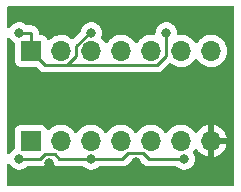
<source format=gbr>
%TF.GenerationSoftware,KiCad,Pcbnew,6.0.11+dfsg-1*%
%TF.CreationDate,2023-08-13T13:31:43-04:00*%
%TF.ProjectId,ButtonDip14,42757474-6f6e-4446-9970-31342e6b6963,rev?*%
%TF.SameCoordinates,Original*%
%TF.FileFunction,Copper,L2,Bot*%
%TF.FilePolarity,Positive*%
%FSLAX46Y46*%
G04 Gerber Fmt 4.6, Leading zero omitted, Abs format (unit mm)*
G04 Created by KiCad (PCBNEW 6.0.11+dfsg-1) date 2023-08-13 13:31:43*
%MOMM*%
%LPD*%
G01*
G04 APERTURE LIST*
%TA.AperFunction,ComponentPad*%
%ADD10R,1.700000X1.700000*%
%TD*%
%TA.AperFunction,ComponentPad*%
%ADD11O,1.700000X1.700000*%
%TD*%
%TA.AperFunction,ViaPad*%
%ADD12C,0.800000*%
%TD*%
%TA.AperFunction,Conductor*%
%ADD13C,0.250000*%
%TD*%
G04 APERTURE END LIST*
D10*
%TO.P,J2,1,Pin_1*%
%TO.N,/I1*%
X119340000Y-111760000D03*
D11*
%TO.P,J2,2,Pin_2*%
%TO.N,/Q1*%
X121880000Y-111760000D03*
%TO.P,J2,3,Pin_3*%
%TO.N,/I2*%
X124420000Y-111760000D03*
%TO.P,J2,4,Pin_4*%
%TO.N,/Q2*%
X126960000Y-111760000D03*
%TO.P,J2,5,Pin_5*%
%TO.N,/I3*%
X129500000Y-111760000D03*
%TO.P,J2,6,Pin_6*%
%TO.N,/Q3*%
X132040000Y-111760000D03*
%TO.P,J2,7,Pin_7*%
%TO.N,GND*%
X134580000Y-111760000D03*
%TD*%
D10*
%TO.P,J1,1,Pin_1*%
%TO.N,VCC*%
X119375000Y-104140000D03*
D11*
%TO.P,J1,2,Pin_2*%
%TO.N,/I4*%
X121915000Y-104140000D03*
%TO.P,J1,3,Pin_3*%
%TO.N,/Q4*%
X124455000Y-104140000D03*
%TO.P,J1,4,Pin_4*%
%TO.N,/I5*%
X126995000Y-104140000D03*
%TO.P,J1,5,Pin_5*%
%TO.N,/Q5*%
X129535000Y-104140000D03*
%TO.P,J1,6,Pin_6*%
%TO.N,/I6*%
X132075000Y-104140000D03*
%TO.P,J1,7,Pin_7*%
%TO.N,/Q6*%
X134615000Y-104140000D03*
%TD*%
D12*
%TO.N,GND*%
X133477000Y-102616000D03*
X128270000Y-102489000D03*
X121539000Y-102489000D03*
X120904000Y-113627500D03*
X128270000Y-113500500D03*
%TO.N,VCC*%
X132334000Y-113284000D03*
X118364000Y-113284000D03*
X124465000Y-113281500D03*
X130810000Y-102616000D03*
X124460000Y-102616000D03*
X118364000Y-102616000D03*
%TD*%
D13*
%TO.N,VCC*%
X130810000Y-102616000D02*
X130810000Y-104526701D01*
X130810000Y-104526701D02*
X130021701Y-105315000D01*
X130021701Y-105315000D02*
X122401701Y-105315000D01*
X124460000Y-102616000D02*
X124317299Y-102616000D01*
X124317299Y-102616000D02*
X123190000Y-103743299D01*
X123190000Y-103743299D02*
X123190000Y-104526701D01*
X123190000Y-104526701D02*
X122401701Y-105315000D01*
X122401701Y-105315000D02*
X120550000Y-105315000D01*
X120550000Y-105315000D02*
X119375000Y-104140000D01*
X124465000Y-113281500D02*
X121739799Y-113281500D01*
X121739799Y-113281500D02*
X121361299Y-112903000D01*
X120515000Y-112903000D02*
X120134000Y-113284000D01*
X121361299Y-112903000D02*
X120515000Y-112903000D01*
X120134000Y-113284000D02*
X118364000Y-113284000D01*
X132334000Y-113284000D02*
X129362299Y-113284000D01*
X129362299Y-113284000D02*
X128854299Y-112776000D01*
X128854299Y-112776000D02*
X127605701Y-112776000D01*
X127605701Y-112776000D02*
X127100201Y-113281500D01*
X127100201Y-113281500D02*
X124465000Y-113281500D01*
X118364000Y-102616000D02*
X119380000Y-102616000D01*
X119375000Y-104140000D02*
X119375000Y-102621000D01*
X119375000Y-102621000D02*
X119380000Y-102616000D01*
%TD*%
%TA.AperFunction,Conductor*%
%TO.N,GND*%
G36*
X136523621Y-100370502D02*
G01*
X136570114Y-100424158D01*
X136581500Y-100476500D01*
X136581500Y-115443500D01*
X136561498Y-115511621D01*
X136507842Y-115558114D01*
X136455500Y-115569500D01*
X117474500Y-115569500D01*
X117406379Y-115549498D01*
X117359886Y-115495842D01*
X117348500Y-115443500D01*
X117348500Y-113812339D01*
X117368502Y-113744218D01*
X117422158Y-113697725D01*
X117492432Y-113687621D01*
X117557012Y-113717115D01*
X117583618Y-113749338D01*
X117624960Y-113820944D01*
X117629378Y-113825851D01*
X117629379Y-113825852D01*
X117715905Y-113921949D01*
X117752747Y-113962866D01*
X117907248Y-114075118D01*
X117913276Y-114077802D01*
X117913278Y-114077803D01*
X118070066Y-114147609D01*
X118081712Y-114152794D01*
X118175112Y-114172647D01*
X118262056Y-114191128D01*
X118262061Y-114191128D01*
X118268513Y-114192500D01*
X118459487Y-114192500D01*
X118465939Y-114191128D01*
X118465944Y-114191128D01*
X118552888Y-114172647D01*
X118646288Y-114152794D01*
X118657934Y-114147609D01*
X118814722Y-114077803D01*
X118814724Y-114077802D01*
X118820752Y-114075118D01*
X118975253Y-113962866D01*
X118979668Y-113957963D01*
X118984580Y-113953540D01*
X118985705Y-113954789D01*
X119039014Y-113921949D01*
X119072200Y-113917500D01*
X120055233Y-113917500D01*
X120066416Y-113918027D01*
X120073909Y-113919702D01*
X120081835Y-113919453D01*
X120081836Y-113919453D01*
X120141986Y-113917562D01*
X120145945Y-113917500D01*
X120173856Y-113917500D01*
X120177791Y-113917003D01*
X120177856Y-113916995D01*
X120189693Y-113916062D01*
X120223488Y-113915000D01*
X120225970Y-113914922D01*
X120233889Y-113914673D01*
X120253343Y-113909021D01*
X120272700Y-113905013D01*
X120284930Y-113903468D01*
X120284931Y-113903468D01*
X120292797Y-113902474D01*
X120300168Y-113899555D01*
X120300170Y-113899555D01*
X120333912Y-113886196D01*
X120345142Y-113882351D01*
X120379983Y-113872229D01*
X120379984Y-113872229D01*
X120387593Y-113870018D01*
X120394412Y-113865985D01*
X120394417Y-113865983D01*
X120405028Y-113859707D01*
X120422776Y-113851012D01*
X120441617Y-113843552D01*
X120461987Y-113828753D01*
X120477387Y-113817564D01*
X120487307Y-113811048D01*
X120518535Y-113792580D01*
X120518538Y-113792578D01*
X120525362Y-113788542D01*
X120539683Y-113774221D01*
X120554717Y-113761380D01*
X120558158Y-113758880D01*
X120571107Y-113749472D01*
X120599298Y-113715395D01*
X120607288Y-113706616D01*
X120740499Y-113573405D01*
X120802811Y-113539379D01*
X120829594Y-113536500D01*
X121046704Y-113536500D01*
X121114825Y-113556502D01*
X121135799Y-113573405D01*
X121236147Y-113673753D01*
X121243687Y-113682039D01*
X121247799Y-113688518D01*
X121253576Y-113693943D01*
X121297451Y-113735144D01*
X121300293Y-113737899D01*
X121320029Y-113757635D01*
X121323226Y-113760115D01*
X121332246Y-113767818D01*
X121364478Y-113798086D01*
X121371424Y-113801905D01*
X121371427Y-113801907D01*
X121382233Y-113807848D01*
X121398752Y-113818699D01*
X121414758Y-113831114D01*
X121422027Y-113834259D01*
X121422031Y-113834262D01*
X121455336Y-113848674D01*
X121465986Y-113853891D01*
X121504739Y-113875195D01*
X121512414Y-113877166D01*
X121512415Y-113877166D01*
X121524361Y-113880233D01*
X121543065Y-113886637D01*
X121548845Y-113889138D01*
X121561654Y-113894681D01*
X121569477Y-113895920D01*
X121569487Y-113895923D01*
X121605323Y-113901599D01*
X121616943Y-113904005D01*
X121652088Y-113913028D01*
X121659769Y-113915000D01*
X121680023Y-113915000D01*
X121699733Y-113916551D01*
X121719742Y-113919720D01*
X121727634Y-113918974D01*
X121746379Y-113917202D01*
X121763761Y-113915559D01*
X121775618Y-113915000D01*
X123756800Y-113915000D01*
X123824921Y-113935002D01*
X123844147Y-113951343D01*
X123844420Y-113951040D01*
X123849332Y-113955463D01*
X123853747Y-113960366D01*
X124008248Y-114072618D01*
X124014276Y-114075302D01*
X124014278Y-114075303D01*
X124176681Y-114147609D01*
X124182712Y-114150294D01*
X124276113Y-114170147D01*
X124363056Y-114188628D01*
X124363061Y-114188628D01*
X124369513Y-114190000D01*
X124560487Y-114190000D01*
X124566939Y-114188628D01*
X124566944Y-114188628D01*
X124653887Y-114170147D01*
X124747288Y-114150294D01*
X124753319Y-114147609D01*
X124915722Y-114075303D01*
X124915724Y-114075302D01*
X124921752Y-114072618D01*
X125076253Y-113960366D01*
X125080668Y-113955463D01*
X125085580Y-113951040D01*
X125086705Y-113952289D01*
X125140014Y-113919449D01*
X125173200Y-113915000D01*
X127021434Y-113915000D01*
X127032617Y-113915527D01*
X127040110Y-113917202D01*
X127048036Y-113916953D01*
X127048037Y-113916953D01*
X127108187Y-113915062D01*
X127112146Y-113915000D01*
X127140057Y-113915000D01*
X127143992Y-113914503D01*
X127144057Y-113914495D01*
X127155894Y-113913562D01*
X127190898Y-113912462D01*
X127192171Y-113912422D01*
X127200090Y-113912173D01*
X127219544Y-113906521D01*
X127238901Y-113902513D01*
X127251131Y-113900968D01*
X127251132Y-113900968D01*
X127258998Y-113899974D01*
X127266369Y-113897055D01*
X127266371Y-113897055D01*
X127300113Y-113883696D01*
X127311343Y-113879851D01*
X127346184Y-113869729D01*
X127346185Y-113869729D01*
X127353794Y-113867518D01*
X127360613Y-113863485D01*
X127360618Y-113863483D01*
X127371229Y-113857207D01*
X127388977Y-113848512D01*
X127407818Y-113841052D01*
X127424747Y-113828753D01*
X127443588Y-113815064D01*
X127453508Y-113808548D01*
X127484736Y-113790080D01*
X127484739Y-113790078D01*
X127491563Y-113786042D01*
X127505884Y-113771721D01*
X127520918Y-113758880D01*
X127527455Y-113754131D01*
X127537308Y-113746972D01*
X127565489Y-113712907D01*
X127573479Y-113704126D01*
X127831202Y-113446404D01*
X127893514Y-113412379D01*
X127920297Y-113409500D01*
X128539705Y-113409500D01*
X128607826Y-113429502D01*
X128628800Y-113446405D01*
X128858642Y-113676247D01*
X128866186Y-113684537D01*
X128870299Y-113691018D01*
X128876076Y-113696443D01*
X128919966Y-113737658D01*
X128922808Y-113740413D01*
X128942529Y-113760134D01*
X128945724Y-113762612D01*
X128954746Y-113770318D01*
X128986978Y-113800586D01*
X128993927Y-113804406D01*
X129004731Y-113810346D01*
X129021255Y-113821199D01*
X129037258Y-113833613D01*
X129077842Y-113851176D01*
X129088472Y-113856383D01*
X129127239Y-113877695D01*
X129134916Y-113879666D01*
X129134921Y-113879668D01*
X129146857Y-113882732D01*
X129165565Y-113889137D01*
X129184154Y-113897181D01*
X129191979Y-113898420D01*
X129191981Y-113898421D01*
X129227818Y-113904097D01*
X129239439Y-113906504D01*
X129272773Y-113915062D01*
X129282269Y-113917500D01*
X129302530Y-113917500D01*
X129322239Y-113919051D01*
X129342242Y-113922219D01*
X129350134Y-113921473D01*
X129355361Y-113920979D01*
X129386253Y-113918059D01*
X129398110Y-113917500D01*
X131625800Y-113917500D01*
X131693921Y-113937502D01*
X131713147Y-113953843D01*
X131713420Y-113953540D01*
X131718332Y-113957963D01*
X131722747Y-113962866D01*
X131877248Y-114075118D01*
X131883276Y-114077802D01*
X131883278Y-114077803D01*
X132040066Y-114147609D01*
X132051712Y-114152794D01*
X132145112Y-114172647D01*
X132232056Y-114191128D01*
X132232061Y-114191128D01*
X132238513Y-114192500D01*
X132429487Y-114192500D01*
X132435939Y-114191128D01*
X132435944Y-114191128D01*
X132522888Y-114172647D01*
X132616288Y-114152794D01*
X132627934Y-114147609D01*
X132784722Y-114077803D01*
X132784724Y-114077802D01*
X132790752Y-114075118D01*
X132945253Y-113962866D01*
X132982095Y-113921949D01*
X133068621Y-113825852D01*
X133068622Y-113825851D01*
X133073040Y-113820944D01*
X133150014Y-113687621D01*
X133165223Y-113661279D01*
X133165224Y-113661278D01*
X133168527Y-113655556D01*
X133227542Y-113473928D01*
X133247504Y-113284000D01*
X133227542Y-113094072D01*
X133168527Y-112912444D01*
X133149121Y-112878831D01*
X133114381Y-112818661D01*
X133082816Y-112763988D01*
X133066078Y-112694994D01*
X133089612Y-112627463D01*
X133208453Y-112462077D01*
X133209640Y-112462930D01*
X133256960Y-112419362D01*
X133326897Y-112407145D01*
X133392338Y-112434678D01*
X133420166Y-112466511D01*
X133477694Y-112560388D01*
X133483777Y-112568699D01*
X133623213Y-112729667D01*
X133630580Y-112736883D01*
X133794434Y-112872916D01*
X133802881Y-112878831D01*
X133986756Y-112986279D01*
X133996042Y-112990729D01*
X134195001Y-113066703D01*
X134204899Y-113069579D01*
X134308250Y-113090606D01*
X134322299Y-113089410D01*
X134326000Y-113079065D01*
X134326000Y-113078517D01*
X134834000Y-113078517D01*
X134838064Y-113092359D01*
X134851478Y-113094393D01*
X134858184Y-113093534D01*
X134868262Y-113091392D01*
X135072255Y-113030191D01*
X135081842Y-113026433D01*
X135273095Y-112932739D01*
X135281945Y-112927464D01*
X135455328Y-112803792D01*
X135463200Y-112797139D01*
X135614052Y-112646812D01*
X135620730Y-112638965D01*
X135745003Y-112466020D01*
X135750313Y-112457183D01*
X135844670Y-112266267D01*
X135848469Y-112256672D01*
X135910377Y-112052910D01*
X135912555Y-112042837D01*
X135913986Y-112031962D01*
X135911775Y-112017778D01*
X135898617Y-112014000D01*
X134852115Y-112014000D01*
X134836876Y-112018475D01*
X134835671Y-112019865D01*
X134834000Y-112027548D01*
X134834000Y-113078517D01*
X134326000Y-113078517D01*
X134326000Y-111487885D01*
X134834000Y-111487885D01*
X134838475Y-111503124D01*
X134839865Y-111504329D01*
X134847548Y-111506000D01*
X135898344Y-111506000D01*
X135911875Y-111502027D01*
X135913180Y-111492947D01*
X135871214Y-111325875D01*
X135867894Y-111316124D01*
X135782972Y-111120814D01*
X135778105Y-111111739D01*
X135662426Y-110932926D01*
X135656136Y-110924757D01*
X135512806Y-110767240D01*
X135505273Y-110760215D01*
X135338139Y-110628222D01*
X135329552Y-110622517D01*
X135143117Y-110519599D01*
X135133705Y-110515369D01*
X134932959Y-110444280D01*
X134922988Y-110441646D01*
X134851837Y-110428972D01*
X134838540Y-110430432D01*
X134834000Y-110444989D01*
X134834000Y-111487885D01*
X134326000Y-111487885D01*
X134326000Y-110443102D01*
X134322082Y-110429758D01*
X134307806Y-110427771D01*
X134269324Y-110433660D01*
X134259288Y-110436051D01*
X134056868Y-110502212D01*
X134047359Y-110506209D01*
X133858463Y-110604542D01*
X133849738Y-110610036D01*
X133679433Y-110737905D01*
X133671726Y-110744748D01*
X133524590Y-110898717D01*
X133518109Y-110906722D01*
X133413498Y-111060074D01*
X133358587Y-111105076D01*
X133288062Y-111113247D01*
X133224315Y-111081993D01*
X133203618Y-111057509D01*
X133122822Y-110932617D01*
X133122820Y-110932614D01*
X133120014Y-110928277D01*
X132969670Y-110763051D01*
X132965619Y-110759852D01*
X132965615Y-110759848D01*
X132798414Y-110627800D01*
X132798410Y-110627798D01*
X132794359Y-110624598D01*
X132758028Y-110604542D01*
X132742136Y-110595769D01*
X132598789Y-110516638D01*
X132593920Y-110514914D01*
X132593916Y-110514912D01*
X132393087Y-110443795D01*
X132393083Y-110443794D01*
X132388212Y-110442069D01*
X132383119Y-110441162D01*
X132383116Y-110441161D01*
X132173373Y-110403800D01*
X132173367Y-110403799D01*
X132168284Y-110402894D01*
X132094452Y-110401992D01*
X131950081Y-110400228D01*
X131950079Y-110400228D01*
X131944911Y-110400165D01*
X131724091Y-110433955D01*
X131511756Y-110503357D01*
X131313607Y-110606507D01*
X131309474Y-110609610D01*
X131309471Y-110609612D01*
X131139100Y-110737530D01*
X131134965Y-110740635D01*
X131131393Y-110744373D01*
X131023729Y-110857037D01*
X130980629Y-110902138D01*
X130873201Y-111059621D01*
X130818293Y-111104621D01*
X130747768Y-111112792D01*
X130684021Y-111081538D01*
X130663324Y-111057054D01*
X130582822Y-110932617D01*
X130582820Y-110932614D01*
X130580014Y-110928277D01*
X130429670Y-110763051D01*
X130425619Y-110759852D01*
X130425615Y-110759848D01*
X130258414Y-110627800D01*
X130258410Y-110627798D01*
X130254359Y-110624598D01*
X130218028Y-110604542D01*
X130202136Y-110595769D01*
X130058789Y-110516638D01*
X130053920Y-110514914D01*
X130053916Y-110514912D01*
X129853087Y-110443795D01*
X129853083Y-110443794D01*
X129848212Y-110442069D01*
X129843119Y-110441162D01*
X129843116Y-110441161D01*
X129633373Y-110403800D01*
X129633367Y-110403799D01*
X129628284Y-110402894D01*
X129554452Y-110401992D01*
X129410081Y-110400228D01*
X129410079Y-110400228D01*
X129404911Y-110400165D01*
X129184091Y-110433955D01*
X128971756Y-110503357D01*
X128773607Y-110606507D01*
X128769474Y-110609610D01*
X128769471Y-110609612D01*
X128599100Y-110737530D01*
X128594965Y-110740635D01*
X128591393Y-110744373D01*
X128483729Y-110857037D01*
X128440629Y-110902138D01*
X128333201Y-111059621D01*
X128278293Y-111104621D01*
X128207768Y-111112792D01*
X128144021Y-111081538D01*
X128123324Y-111057054D01*
X128042822Y-110932617D01*
X128042820Y-110932614D01*
X128040014Y-110928277D01*
X127889670Y-110763051D01*
X127885619Y-110759852D01*
X127885615Y-110759848D01*
X127718414Y-110627800D01*
X127718410Y-110627798D01*
X127714359Y-110624598D01*
X127678028Y-110604542D01*
X127662136Y-110595769D01*
X127518789Y-110516638D01*
X127513920Y-110514914D01*
X127513916Y-110514912D01*
X127313087Y-110443795D01*
X127313083Y-110443794D01*
X127308212Y-110442069D01*
X127303119Y-110441162D01*
X127303116Y-110441161D01*
X127093373Y-110403800D01*
X127093367Y-110403799D01*
X127088284Y-110402894D01*
X127014452Y-110401992D01*
X126870081Y-110400228D01*
X126870079Y-110400228D01*
X126864911Y-110400165D01*
X126644091Y-110433955D01*
X126431756Y-110503357D01*
X126233607Y-110606507D01*
X126229474Y-110609610D01*
X126229471Y-110609612D01*
X126059100Y-110737530D01*
X126054965Y-110740635D01*
X126051393Y-110744373D01*
X125943729Y-110857037D01*
X125900629Y-110902138D01*
X125793201Y-111059621D01*
X125738293Y-111104621D01*
X125667768Y-111112792D01*
X125604021Y-111081538D01*
X125583324Y-111057054D01*
X125502822Y-110932617D01*
X125502820Y-110932614D01*
X125500014Y-110928277D01*
X125349670Y-110763051D01*
X125345619Y-110759852D01*
X125345615Y-110759848D01*
X125178414Y-110627800D01*
X125178410Y-110627798D01*
X125174359Y-110624598D01*
X125138028Y-110604542D01*
X125122136Y-110595769D01*
X124978789Y-110516638D01*
X124973920Y-110514914D01*
X124973916Y-110514912D01*
X124773087Y-110443795D01*
X124773083Y-110443794D01*
X124768212Y-110442069D01*
X124763119Y-110441162D01*
X124763116Y-110441161D01*
X124553373Y-110403800D01*
X124553367Y-110403799D01*
X124548284Y-110402894D01*
X124474452Y-110401992D01*
X124330081Y-110400228D01*
X124330079Y-110400228D01*
X124324911Y-110400165D01*
X124104091Y-110433955D01*
X123891756Y-110503357D01*
X123693607Y-110606507D01*
X123689474Y-110609610D01*
X123689471Y-110609612D01*
X123519100Y-110737530D01*
X123514965Y-110740635D01*
X123511393Y-110744373D01*
X123403729Y-110857037D01*
X123360629Y-110902138D01*
X123253201Y-111059621D01*
X123198293Y-111104621D01*
X123127768Y-111112792D01*
X123064021Y-111081538D01*
X123043324Y-111057054D01*
X122962822Y-110932617D01*
X122962820Y-110932614D01*
X122960014Y-110928277D01*
X122809670Y-110763051D01*
X122805619Y-110759852D01*
X122805615Y-110759848D01*
X122638414Y-110627800D01*
X122638410Y-110627798D01*
X122634359Y-110624598D01*
X122598028Y-110604542D01*
X122582136Y-110595769D01*
X122438789Y-110516638D01*
X122433920Y-110514914D01*
X122433916Y-110514912D01*
X122233087Y-110443795D01*
X122233083Y-110443794D01*
X122228212Y-110442069D01*
X122223119Y-110441162D01*
X122223116Y-110441161D01*
X122013373Y-110403800D01*
X122013367Y-110403799D01*
X122008284Y-110402894D01*
X121934452Y-110401992D01*
X121790081Y-110400228D01*
X121790079Y-110400228D01*
X121784911Y-110400165D01*
X121564091Y-110433955D01*
X121351756Y-110503357D01*
X121153607Y-110606507D01*
X121149474Y-110609610D01*
X121149471Y-110609612D01*
X120979100Y-110737530D01*
X120974965Y-110740635D01*
X120918537Y-110799684D01*
X120894283Y-110825064D01*
X120832759Y-110860494D01*
X120761846Y-110857037D01*
X120704060Y-110815791D01*
X120685207Y-110782243D01*
X120643767Y-110671703D01*
X120640615Y-110663295D01*
X120553261Y-110546739D01*
X120436705Y-110459385D01*
X120300316Y-110408255D01*
X120238134Y-110401500D01*
X118441866Y-110401500D01*
X118379684Y-110408255D01*
X118243295Y-110459385D01*
X118126739Y-110546739D01*
X118039385Y-110663295D01*
X117988255Y-110799684D01*
X117981500Y-110861866D01*
X117981500Y-112378063D01*
X117961498Y-112446184D01*
X117918502Y-112487181D01*
X117913277Y-112490198D01*
X117907248Y-112492882D01*
X117752747Y-112605134D01*
X117624960Y-112747056D01*
X117583619Y-112818661D01*
X117532237Y-112867654D01*
X117462523Y-112881090D01*
X117396612Y-112854704D01*
X117355430Y-112796872D01*
X117348500Y-112755661D01*
X117348500Y-103144339D01*
X117368502Y-103076218D01*
X117422158Y-103029725D01*
X117492432Y-103019621D01*
X117557012Y-103049115D01*
X117583618Y-103081338D01*
X117624960Y-103152944D01*
X117629378Y-103157851D01*
X117629379Y-103157852D01*
X117737922Y-103278401D01*
X117752747Y-103294866D01*
X117907248Y-103407118D01*
X117913276Y-103409802D01*
X117913278Y-103409803D01*
X117941749Y-103422479D01*
X117995845Y-103468460D01*
X118016500Y-103537586D01*
X118016500Y-105038134D01*
X118023255Y-105100316D01*
X118074385Y-105236705D01*
X118161739Y-105353261D01*
X118278295Y-105440615D01*
X118414684Y-105491745D01*
X118476866Y-105498500D01*
X119785405Y-105498500D01*
X119853526Y-105518502D01*
X119874500Y-105535405D01*
X120046348Y-105707253D01*
X120053888Y-105715539D01*
X120058000Y-105722018D01*
X120063777Y-105727443D01*
X120107651Y-105768643D01*
X120110493Y-105771398D01*
X120130230Y-105791135D01*
X120133427Y-105793615D01*
X120142447Y-105801318D01*
X120174679Y-105831586D01*
X120181625Y-105835405D01*
X120181628Y-105835407D01*
X120192434Y-105841348D01*
X120208953Y-105852199D01*
X120224959Y-105864614D01*
X120232228Y-105867759D01*
X120232232Y-105867762D01*
X120265537Y-105882174D01*
X120276187Y-105887391D01*
X120314940Y-105908695D01*
X120322615Y-105910666D01*
X120322616Y-105910666D01*
X120334562Y-105913733D01*
X120353267Y-105920137D01*
X120371855Y-105928181D01*
X120379678Y-105929420D01*
X120379688Y-105929423D01*
X120415524Y-105935099D01*
X120427144Y-105937505D01*
X120458959Y-105945673D01*
X120469970Y-105948500D01*
X120490224Y-105948500D01*
X120509934Y-105950051D01*
X120529943Y-105953220D01*
X120537835Y-105952474D01*
X120556580Y-105950702D01*
X120573962Y-105949059D01*
X120585819Y-105948500D01*
X122322934Y-105948500D01*
X122334117Y-105949027D01*
X122341610Y-105950702D01*
X122349536Y-105950453D01*
X122349537Y-105950453D01*
X122409687Y-105948562D01*
X122413646Y-105948500D01*
X129942934Y-105948500D01*
X129954117Y-105949027D01*
X129961610Y-105950702D01*
X129969536Y-105950453D01*
X129969537Y-105950453D01*
X130029687Y-105948562D01*
X130033646Y-105948500D01*
X130061557Y-105948500D01*
X130065492Y-105948003D01*
X130065557Y-105947995D01*
X130077394Y-105947062D01*
X130109652Y-105946048D01*
X130113671Y-105945922D01*
X130121590Y-105945673D01*
X130141044Y-105940021D01*
X130160401Y-105936013D01*
X130172631Y-105934468D01*
X130172632Y-105934468D01*
X130180498Y-105933474D01*
X130187869Y-105930555D01*
X130187871Y-105930555D01*
X130221613Y-105917196D01*
X130232843Y-105913351D01*
X130267684Y-105903229D01*
X130267685Y-105903229D01*
X130275294Y-105901018D01*
X130282113Y-105896985D01*
X130282118Y-105896983D01*
X130292729Y-105890707D01*
X130310477Y-105882012D01*
X130329318Y-105874552D01*
X130365088Y-105848564D01*
X130375008Y-105842048D01*
X130406236Y-105823580D01*
X130406239Y-105823578D01*
X130413063Y-105819542D01*
X130427384Y-105805221D01*
X130442418Y-105792380D01*
X130452395Y-105785131D01*
X130458808Y-105780472D01*
X130486999Y-105746395D01*
X130494989Y-105737616D01*
X131038626Y-105193979D01*
X131100938Y-105159953D01*
X131171753Y-105165018D01*
X131208205Y-105186130D01*
X131293126Y-105256632D01*
X131486000Y-105369338D01*
X131694692Y-105449030D01*
X131699760Y-105450061D01*
X131699763Y-105450062D01*
X131807017Y-105471883D01*
X131913597Y-105493567D01*
X131918772Y-105493757D01*
X131918774Y-105493757D01*
X132131673Y-105501564D01*
X132131677Y-105501564D01*
X132136837Y-105501753D01*
X132141957Y-105501097D01*
X132141959Y-105501097D01*
X132353288Y-105474025D01*
X132353289Y-105474025D01*
X132358416Y-105473368D01*
X132363366Y-105471883D01*
X132567429Y-105410661D01*
X132567434Y-105410659D01*
X132572384Y-105409174D01*
X132772994Y-105310896D01*
X132954860Y-105181173D01*
X133113096Y-105023489D01*
X133243453Y-104842077D01*
X133244776Y-104843028D01*
X133291645Y-104799857D01*
X133361580Y-104787625D01*
X133427026Y-104815144D01*
X133454875Y-104846994D01*
X133514987Y-104945088D01*
X133661250Y-105113938D01*
X133833126Y-105256632D01*
X134026000Y-105369338D01*
X134234692Y-105449030D01*
X134239760Y-105450061D01*
X134239763Y-105450062D01*
X134347017Y-105471883D01*
X134453597Y-105493567D01*
X134458772Y-105493757D01*
X134458774Y-105493757D01*
X134671673Y-105501564D01*
X134671677Y-105501564D01*
X134676837Y-105501753D01*
X134681957Y-105501097D01*
X134681959Y-105501097D01*
X134893288Y-105474025D01*
X134893289Y-105474025D01*
X134898416Y-105473368D01*
X134903366Y-105471883D01*
X135107429Y-105410661D01*
X135107434Y-105410659D01*
X135112384Y-105409174D01*
X135312994Y-105310896D01*
X135494860Y-105181173D01*
X135653096Y-105023489D01*
X135783453Y-104842077D01*
X135804320Y-104799857D01*
X135880136Y-104646453D01*
X135880137Y-104646451D01*
X135882430Y-104641811D01*
X135947370Y-104428069D01*
X135976529Y-104206590D01*
X135978156Y-104140000D01*
X135959852Y-103917361D01*
X135905431Y-103700702D01*
X135816354Y-103495840D01*
X135695014Y-103308277D01*
X135544670Y-103143051D01*
X135540619Y-103139852D01*
X135540615Y-103139848D01*
X135373414Y-103007800D01*
X135373410Y-103007798D01*
X135369359Y-103004598D01*
X135173789Y-102896638D01*
X135168920Y-102894914D01*
X135168916Y-102894912D01*
X134968087Y-102823795D01*
X134968083Y-102823794D01*
X134963212Y-102822069D01*
X134958119Y-102821162D01*
X134958116Y-102821161D01*
X134748373Y-102783800D01*
X134748367Y-102783799D01*
X134743284Y-102782894D01*
X134669452Y-102781992D01*
X134525081Y-102780228D01*
X134525079Y-102780228D01*
X134519911Y-102780165D01*
X134299091Y-102813955D01*
X134086756Y-102883357D01*
X134056443Y-102899137D01*
X133918008Y-102971202D01*
X133888607Y-102986507D01*
X133884474Y-102989610D01*
X133884471Y-102989612D01*
X133714100Y-103117530D01*
X133709965Y-103120635D01*
X133706393Y-103124373D01*
X133598729Y-103237037D01*
X133555629Y-103282138D01*
X133448201Y-103439621D01*
X133393293Y-103484621D01*
X133322768Y-103492792D01*
X133259021Y-103461538D01*
X133238324Y-103437054D01*
X133157822Y-103312617D01*
X133157820Y-103312614D01*
X133155014Y-103308277D01*
X133004670Y-103143051D01*
X133000619Y-103139852D01*
X133000615Y-103139848D01*
X132833414Y-103007800D01*
X132833410Y-103007798D01*
X132829359Y-103004598D01*
X132633789Y-102896638D01*
X132628920Y-102894914D01*
X132628916Y-102894912D01*
X132428087Y-102823795D01*
X132428083Y-102823794D01*
X132423212Y-102822069D01*
X132418119Y-102821162D01*
X132418116Y-102821161D01*
X132208373Y-102783800D01*
X132208367Y-102783799D01*
X132203284Y-102782894D01*
X132129452Y-102781992D01*
X131985081Y-102780228D01*
X131985079Y-102780228D01*
X131979911Y-102780165D01*
X131863216Y-102798022D01*
X131792855Y-102788554D01*
X131738781Y-102742549D01*
X131718163Y-102674612D01*
X131718848Y-102660302D01*
X131722814Y-102622565D01*
X131722814Y-102622564D01*
X131723504Y-102616000D01*
X131711048Y-102497483D01*
X131704232Y-102432635D01*
X131704232Y-102432633D01*
X131703542Y-102426072D01*
X131644527Y-102244444D01*
X131618631Y-102199590D01*
X131589242Y-102148688D01*
X131549040Y-102079056D01*
X131529157Y-102056973D01*
X131425675Y-101942045D01*
X131425674Y-101942044D01*
X131421253Y-101937134D01*
X131266752Y-101824882D01*
X131260724Y-101822198D01*
X131260722Y-101822197D01*
X131098319Y-101749891D01*
X131098318Y-101749891D01*
X131092288Y-101747206D01*
X130998887Y-101727353D01*
X130911944Y-101708872D01*
X130911939Y-101708872D01*
X130905487Y-101707500D01*
X130714513Y-101707500D01*
X130708061Y-101708872D01*
X130708056Y-101708872D01*
X130621113Y-101727353D01*
X130527712Y-101747206D01*
X130521682Y-101749891D01*
X130521681Y-101749891D01*
X130359278Y-101822197D01*
X130359276Y-101822198D01*
X130353248Y-101824882D01*
X130198747Y-101937134D01*
X130194326Y-101942044D01*
X130194325Y-101942045D01*
X130090844Y-102056973D01*
X130070960Y-102079056D01*
X130030758Y-102148688D01*
X130001370Y-102199590D01*
X129975473Y-102244444D01*
X129916458Y-102426072D01*
X129915768Y-102432633D01*
X129915768Y-102432635D01*
X129908952Y-102497483D01*
X129896496Y-102616000D01*
X129901153Y-102660302D01*
X129901312Y-102661818D01*
X129888540Y-102731656D01*
X129840038Y-102783503D01*
X129771206Y-102800898D01*
X129753906Y-102799036D01*
X129668373Y-102783800D01*
X129668367Y-102783799D01*
X129663284Y-102782894D01*
X129589452Y-102781992D01*
X129445081Y-102780228D01*
X129445079Y-102780228D01*
X129439911Y-102780165D01*
X129219091Y-102813955D01*
X129006756Y-102883357D01*
X128976443Y-102899137D01*
X128838008Y-102971202D01*
X128808607Y-102986507D01*
X128804474Y-102989610D01*
X128804471Y-102989612D01*
X128634100Y-103117530D01*
X128629965Y-103120635D01*
X128626393Y-103124373D01*
X128518729Y-103237037D01*
X128475629Y-103282138D01*
X128368201Y-103439621D01*
X128313293Y-103484621D01*
X128242768Y-103492792D01*
X128179021Y-103461538D01*
X128158324Y-103437054D01*
X128077822Y-103312617D01*
X128077820Y-103312614D01*
X128075014Y-103308277D01*
X127924670Y-103143051D01*
X127920619Y-103139852D01*
X127920615Y-103139848D01*
X127753414Y-103007800D01*
X127753410Y-103007798D01*
X127749359Y-103004598D01*
X127553789Y-102896638D01*
X127548920Y-102894914D01*
X127548916Y-102894912D01*
X127348087Y-102823795D01*
X127348083Y-102823794D01*
X127343212Y-102822069D01*
X127338119Y-102821162D01*
X127338116Y-102821161D01*
X127128373Y-102783800D01*
X127128367Y-102783799D01*
X127123284Y-102782894D01*
X127049452Y-102781992D01*
X126905081Y-102780228D01*
X126905079Y-102780228D01*
X126899911Y-102780165D01*
X126679091Y-102813955D01*
X126466756Y-102883357D01*
X126436443Y-102899137D01*
X126298008Y-102971202D01*
X126268607Y-102986507D01*
X126264474Y-102989610D01*
X126264471Y-102989612D01*
X126094100Y-103117530D01*
X126089965Y-103120635D01*
X126086393Y-103124373D01*
X125978729Y-103237037D01*
X125935629Y-103282138D01*
X125828201Y-103439621D01*
X125773293Y-103484621D01*
X125702768Y-103492792D01*
X125639021Y-103461538D01*
X125618324Y-103437054D01*
X125537822Y-103312617D01*
X125537820Y-103312614D01*
X125535014Y-103308277D01*
X125384670Y-103143051D01*
X125341580Y-103109020D01*
X125300518Y-103051103D01*
X125297287Y-102980180D01*
X125299835Y-102971221D01*
X125353542Y-102805928D01*
X125354267Y-102799036D01*
X125372814Y-102622565D01*
X125372814Y-102622564D01*
X125373504Y-102616000D01*
X125361048Y-102497483D01*
X125354232Y-102432635D01*
X125354232Y-102432633D01*
X125353542Y-102426072D01*
X125294527Y-102244444D01*
X125268631Y-102199590D01*
X125239242Y-102148688D01*
X125199040Y-102079056D01*
X125179157Y-102056973D01*
X125075675Y-101942045D01*
X125075674Y-101942044D01*
X125071253Y-101937134D01*
X124916752Y-101824882D01*
X124910724Y-101822198D01*
X124910722Y-101822197D01*
X124748319Y-101749891D01*
X124748318Y-101749891D01*
X124742288Y-101747206D01*
X124648887Y-101727353D01*
X124561944Y-101708872D01*
X124561939Y-101708872D01*
X124555487Y-101707500D01*
X124364513Y-101707500D01*
X124358061Y-101708872D01*
X124358056Y-101708872D01*
X124271113Y-101727353D01*
X124177712Y-101747206D01*
X124171682Y-101749891D01*
X124171681Y-101749891D01*
X124009278Y-101822197D01*
X124009276Y-101822198D01*
X124003248Y-101824882D01*
X123848747Y-101937134D01*
X123844326Y-101942044D01*
X123844325Y-101942045D01*
X123740844Y-102056973D01*
X123720960Y-102079056D01*
X123680758Y-102148688D01*
X123651370Y-102199590D01*
X123625473Y-102244444D01*
X123566458Y-102426072D01*
X123565768Y-102432635D01*
X123564394Y-102439100D01*
X123562984Y-102438800D01*
X123538844Y-102497483D01*
X123529638Y-102507757D01*
X122951666Y-103085728D01*
X122889354Y-103119753D01*
X122818538Y-103114688D01*
X122784479Y-103095514D01*
X122673414Y-103007800D01*
X122673410Y-103007798D01*
X122669359Y-103004598D01*
X122473789Y-102896638D01*
X122468920Y-102894914D01*
X122468916Y-102894912D01*
X122268087Y-102823795D01*
X122268083Y-102823794D01*
X122263212Y-102822069D01*
X122258119Y-102821162D01*
X122258116Y-102821161D01*
X122048373Y-102783800D01*
X122048367Y-102783799D01*
X122043284Y-102782894D01*
X121969452Y-102781992D01*
X121825081Y-102780228D01*
X121825079Y-102780228D01*
X121819911Y-102780165D01*
X121599091Y-102813955D01*
X121386756Y-102883357D01*
X121356443Y-102899137D01*
X121218008Y-102971202D01*
X121188607Y-102986507D01*
X121184474Y-102989610D01*
X121184471Y-102989612D01*
X121014100Y-103117530D01*
X121009965Y-103120635D01*
X120953537Y-103179684D01*
X120929283Y-103205064D01*
X120867759Y-103240494D01*
X120796846Y-103237037D01*
X120739060Y-103195791D01*
X120720207Y-103162243D01*
X120678767Y-103051703D01*
X120675615Y-103043295D01*
X120588261Y-102926739D01*
X120471705Y-102839385D01*
X120335316Y-102788255D01*
X120273134Y-102781500D01*
X120142677Y-102781500D01*
X120074556Y-102761498D01*
X120028063Y-102707842D01*
X120017640Y-102656026D01*
X120017272Y-102656049D01*
X120017193Y-102654787D01*
X120017176Y-102653721D01*
X120017103Y-102653356D01*
X120016822Y-102648900D01*
X120016850Y-102648011D01*
X120017029Y-102644220D01*
X120017020Y-102643633D01*
X120018220Y-102636057D01*
X120011806Y-102568212D01*
X120011499Y-102564296D01*
X120007723Y-102504265D01*
X120007723Y-102504264D01*
X120007225Y-102496350D01*
X120004853Y-102489052D01*
X120004771Y-102488472D01*
X120004032Y-102484906D01*
X120003879Y-102484345D01*
X120003157Y-102476708D01*
X119980096Y-102412654D01*
X119978815Y-102408912D01*
X119960213Y-102351661D01*
X119960212Y-102351659D01*
X119957764Y-102344125D01*
X119953653Y-102337647D01*
X119953428Y-102337104D01*
X119951832Y-102333846D01*
X119951538Y-102333330D01*
X119948939Y-102326111D01*
X119944484Y-102319555D01*
X119944481Y-102319550D01*
X119910673Y-102269803D01*
X119908500Y-102266495D01*
X119876250Y-102215678D01*
X119876247Y-102215675D01*
X119872000Y-102208982D01*
X119866406Y-102203729D01*
X119866052Y-102203257D01*
X119863699Y-102200502D01*
X119863285Y-102200075D01*
X119858972Y-102193729D01*
X119853029Y-102188489D01*
X119853025Y-102188485D01*
X119807884Y-102148688D01*
X119804956Y-102146024D01*
X119761100Y-102104841D01*
X119755321Y-102099414D01*
X119748597Y-102095717D01*
X119748140Y-102095351D01*
X119745175Y-102093267D01*
X119744668Y-102092956D01*
X119738910Y-102087880D01*
X119678222Y-102056958D01*
X119674750Y-102055120D01*
X119622004Y-102026122D01*
X119622001Y-102026121D01*
X119615060Y-102022305D01*
X119607629Y-102020397D01*
X119607100Y-102020158D01*
X119603703Y-102018874D01*
X119603133Y-102018699D01*
X119596296Y-102015215D01*
X119588557Y-102013485D01*
X119529860Y-102000364D01*
X119526013Y-101999441D01*
X119467709Y-101984471D01*
X119467704Y-101984470D01*
X119460030Y-101982500D01*
X119452358Y-101982500D01*
X119451785Y-101982400D01*
X119448176Y-101982001D01*
X119447585Y-101981973D01*
X119440091Y-101980298D01*
X119432165Y-101980547D01*
X119432164Y-101980547D01*
X119372014Y-101982438D01*
X119368055Y-101982500D01*
X119072200Y-101982500D01*
X119004079Y-101962498D01*
X118984853Y-101946157D01*
X118984580Y-101946460D01*
X118979668Y-101942037D01*
X118975253Y-101937134D01*
X118820752Y-101824882D01*
X118814724Y-101822198D01*
X118814722Y-101822197D01*
X118652319Y-101749891D01*
X118652318Y-101749891D01*
X118646288Y-101747206D01*
X118552887Y-101727353D01*
X118465944Y-101708872D01*
X118465939Y-101708872D01*
X118459487Y-101707500D01*
X118268513Y-101707500D01*
X118262061Y-101708872D01*
X118262056Y-101708872D01*
X118175113Y-101727353D01*
X118081712Y-101747206D01*
X118075682Y-101749891D01*
X118075681Y-101749891D01*
X117913278Y-101822197D01*
X117913276Y-101822198D01*
X117907248Y-101824882D01*
X117752747Y-101937134D01*
X117748326Y-101942044D01*
X117748325Y-101942045D01*
X117644844Y-102056973D01*
X117624960Y-102079056D01*
X117584758Y-102148688D01*
X117583619Y-102150661D01*
X117532237Y-102199654D01*
X117462523Y-102213090D01*
X117396612Y-102186704D01*
X117355430Y-102128872D01*
X117348500Y-102087661D01*
X117348500Y-100476500D01*
X117368502Y-100408379D01*
X117422158Y-100361886D01*
X117474500Y-100350500D01*
X136455500Y-100350500D01*
X136523621Y-100370502D01*
G37*
%TD.AperFunction*%
%TD*%
M02*

</source>
